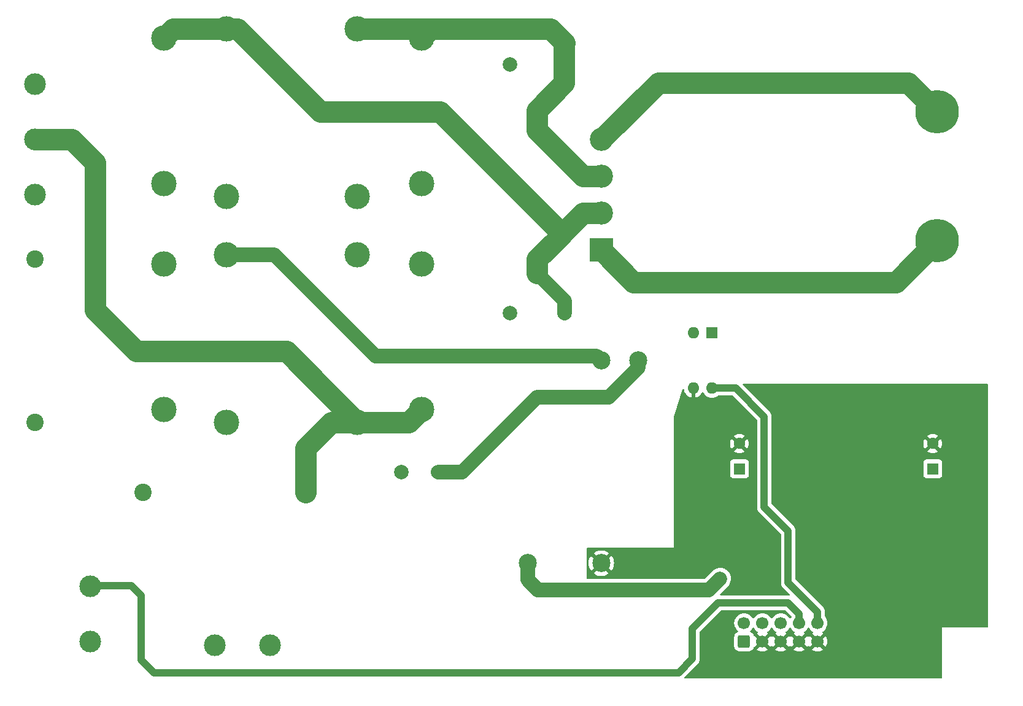
<source format=gbl>
G04 #@! TF.GenerationSoftware,KiCad,Pcbnew,7.0.2*
G04 #@! TF.CreationDate,2023-10-13T15:39:11+02:00*
G04 #@! TF.ProjectId,Module_3,4d6f6475-6c65-45f3-932e-6b696361645f,rev?*
G04 #@! TF.SameCoordinates,Original*
G04 #@! TF.FileFunction,Copper,L2,Bot*
G04 #@! TF.FilePolarity,Positive*
%FSLAX46Y46*%
G04 Gerber Fmt 4.6, Leading zero omitted, Abs format (unit mm)*
G04 Created by KiCad (PCBNEW 7.0.2) date 2023-10-13 15:39:11*
%MOMM*%
%LPD*%
G01*
G04 APERTURE LIST*
G04 Aperture macros list*
%AMRoundRect*
0 Rectangle with rounded corners*
0 $1 Rounding radius*
0 $2 $3 $4 $5 $6 $7 $8 $9 X,Y pos of 4 corners*
0 Add a 4 corners polygon primitive as box body*
4,1,4,$2,$3,$4,$5,$6,$7,$8,$9,$2,$3,0*
0 Add four circle primitives for the rounded corners*
1,1,$1+$1,$2,$3*
1,1,$1+$1,$4,$5*
1,1,$1+$1,$6,$7*
1,1,$1+$1,$8,$9*
0 Add four rect primitives between the rounded corners*
20,1,$1+$1,$2,$3,$4,$5,0*
20,1,$1+$1,$4,$5,$6,$7,0*
20,1,$1+$1,$6,$7,$8,$9,0*
20,1,$1+$1,$8,$9,$2,$3,0*%
G04 Aperture macros list end*
G04 #@! TA.AperFunction,ComponentPad*
%ADD10C,2.000000*%
G04 #@! TD*
G04 #@! TA.AperFunction,ComponentPad*
%ADD11R,1.600000X1.600000*%
G04 #@! TD*
G04 #@! TA.AperFunction,ComponentPad*
%ADD12C,1.600000*%
G04 #@! TD*
G04 #@! TA.AperFunction,ComponentPad*
%ADD13C,2.400000*%
G04 #@! TD*
G04 #@! TA.AperFunction,ComponentPad*
%ADD14C,3.000000*%
G04 #@! TD*
G04 #@! TA.AperFunction,ComponentPad*
%ADD15O,1.600000X1.600000*%
G04 #@! TD*
G04 #@! TA.AperFunction,ComponentPad*
%ADD16C,6.000000*%
G04 #@! TD*
G04 #@! TA.AperFunction,ComponentPad*
%ADD17C,3.500000*%
G04 #@! TD*
G04 #@! TA.AperFunction,ComponentPad*
%ADD18C,2.500000*%
G04 #@! TD*
G04 #@! TA.AperFunction,ComponentPad*
%ADD19RoundRect,0.250000X0.600000X-0.600000X0.600000X0.600000X-0.600000X0.600000X-0.600000X-0.600000X0*%
G04 #@! TD*
G04 #@! TA.AperFunction,ComponentPad*
%ADD20C,1.700000*%
G04 #@! TD*
G04 #@! TA.AperFunction,ComponentPad*
%ADD21R,3.200000X3.200000*%
G04 #@! TD*
G04 #@! TA.AperFunction,ComponentPad*
%ADD22C,3.200000*%
G04 #@! TD*
G04 #@! TA.AperFunction,ViaPad*
%ADD23C,1.200000*%
G04 #@! TD*
G04 #@! TA.AperFunction,Conductor*
%ADD24C,2.000000*%
G04 #@! TD*
G04 #@! TA.AperFunction,Conductor*
%ADD25C,3.000000*%
G04 #@! TD*
G04 #@! TA.AperFunction,Conductor*
%ADD26C,1.000000*%
G04 #@! TD*
G04 APERTURE END LIST*
D10*
X140716000Y-111252000D03*
X145796000Y-111262000D03*
D11*
X187325000Y-110815000D03*
D12*
X187325000Y-107315000D03*
D13*
X127508000Y-114046000D03*
X105008000Y-114046000D03*
D14*
X114935000Y-135128000D03*
D10*
X155635000Y-55018000D03*
X163135000Y-55018000D03*
D11*
X183520000Y-92085000D03*
D15*
X180980000Y-92085000D03*
X180980000Y-99705000D03*
X183520000Y-99705000D03*
D14*
X122555000Y-135128000D03*
D13*
X196215000Y-57370000D03*
X196215000Y-84870000D03*
D16*
X214630000Y-79375000D03*
X214630000Y-61595000D03*
D14*
X90170000Y-57785000D03*
X90170000Y-65405000D03*
X90170000Y-73025000D03*
D17*
X143510000Y-71501000D03*
X134620000Y-73279000D03*
X116586000Y-73279000D03*
X107950000Y-71501000D03*
X116586000Y-50165000D03*
X107950000Y-51435000D03*
X143510000Y-51435000D03*
X134620000Y-50165000D03*
D13*
X90170000Y-104415000D03*
X90170000Y-81915000D03*
D10*
X163195000Y-89308000D03*
X155695000Y-89308000D03*
D11*
X213995000Y-110815000D03*
D12*
X213995000Y-107315000D03*
D18*
X173355000Y-95885000D03*
X168275000Y-95885000D03*
X158115000Y-123825000D03*
X168275000Y-123825000D03*
D17*
X143510000Y-102616000D03*
X134620000Y-104394000D03*
X116586000Y-104394000D03*
X107950000Y-102616000D03*
X116586000Y-81280000D03*
X107950000Y-82550000D03*
X143510000Y-82550000D03*
X134620000Y-81280000D03*
D13*
X159385000Y-83868000D03*
X159385000Y-61368000D03*
D14*
X97790000Y-127000000D03*
X97790000Y-134620000D03*
D19*
X187960000Y-134620000D03*
D20*
X187960000Y-132080000D03*
X190500000Y-134620000D03*
X190500000Y-132080000D03*
X193040000Y-134620000D03*
X193040000Y-132080000D03*
X195580000Y-134620000D03*
X195580000Y-132080000D03*
X198120000Y-134620000D03*
X198120000Y-132080000D03*
D21*
X168275000Y-80645000D03*
D22*
X168275000Y-75565000D03*
X168275000Y-70485000D03*
X168275000Y-65405000D03*
D23*
X184658000Y-125984000D03*
X172720000Y-124460000D03*
X200660000Y-127000000D03*
X180340000Y-109220000D03*
X208280000Y-104140000D03*
X205740000Y-114300000D03*
X180340000Y-124460000D03*
X213360000Y-132080000D03*
X208280000Y-137160000D03*
X185420000Y-134620000D03*
X180340000Y-114300000D03*
X208280000Y-109220000D03*
X210820000Y-114300000D03*
X180340000Y-119380000D03*
X213360000Y-137160000D03*
X218440000Y-114300000D03*
X208280000Y-132080000D03*
X187960000Y-104140000D03*
X176530000Y-124460000D03*
X220980000Y-132080000D03*
X210820000Y-121920000D03*
X187960000Y-116840000D03*
X210820000Y-101600000D03*
X180340000Y-104140000D03*
X193040000Y-111760000D03*
X193040000Y-101600000D03*
X193040000Y-106680000D03*
X210820000Y-127000000D03*
X215900000Y-101600000D03*
X220980000Y-101600000D03*
X190500000Y-127000000D03*
X187960000Y-121920000D03*
D24*
X159385000Y-100965000D02*
X149088000Y-111262000D01*
X149088000Y-111262000D02*
X145796000Y-111262000D01*
X173355000Y-96901000D02*
X169291000Y-100965000D01*
X173355000Y-95885000D02*
X173355000Y-96901000D01*
X169291000Y-100965000D02*
X159385000Y-100965000D01*
D25*
X127508000Y-107950000D02*
X127508000Y-114046000D01*
X134620000Y-104394000D02*
X131064000Y-104394000D01*
X131064000Y-104394000D02*
X127508000Y-107950000D01*
X90170000Y-65405000D02*
X95250000Y-65405000D01*
X98425000Y-68580000D02*
X98425000Y-88900000D01*
X104140000Y-94615000D02*
X124841000Y-94615000D01*
X98425000Y-88900000D02*
X104140000Y-94615000D01*
X130048000Y-99822000D02*
X134620000Y-104394000D01*
X141732000Y-104394000D02*
X143510000Y-102616000D01*
X95250000Y-65405000D02*
X98425000Y-68580000D01*
X134620000Y-104394000D02*
X141732000Y-104394000D01*
X124841000Y-94615000D02*
X130048000Y-99822000D01*
D24*
X158115000Y-126111000D02*
X159512000Y-127508000D01*
X159512000Y-127508000D02*
X183134000Y-127508000D01*
X183134000Y-127508000D02*
X184658000Y-125984000D01*
X158115000Y-123825000D02*
X158115000Y-126111000D01*
D26*
X180848000Y-132842000D02*
X184404000Y-129286000D01*
X106553000Y-138938000D02*
X178909968Y-138938000D01*
X104775000Y-128270000D02*
X104775000Y-137160000D01*
X180848000Y-136999968D02*
X180848000Y-132842000D01*
X194056000Y-129286000D02*
X195580000Y-130810000D01*
X178909968Y-138938000D02*
X180848000Y-136999968D01*
X104775000Y-137160000D02*
X106553000Y-138938000D01*
X195580000Y-130810000D02*
X195580000Y-132080000D01*
X103441500Y-126936500D02*
X104775000Y-128270000D01*
X184404000Y-129286000D02*
X194056000Y-129286000D01*
X97790000Y-127000000D02*
X97853500Y-126936500D01*
X97853500Y-126936500D02*
X103441500Y-126936500D01*
X198120000Y-130556000D02*
X198120000Y-132080000D01*
X194056000Y-126492000D02*
X198120000Y-130556000D01*
X186827000Y-99705000D02*
X190754000Y-103632000D01*
X190754000Y-103632000D02*
X190754000Y-116078000D01*
X194056000Y-119380000D02*
X194056000Y-126492000D01*
X190754000Y-116078000D02*
X194056000Y-119380000D01*
X183520000Y-99705000D02*
X186827000Y-99705000D01*
D25*
X168275000Y-80645000D02*
X172720000Y-85090000D01*
X208947000Y-85058000D02*
X214630000Y-79375000D01*
X203803000Y-85090000D02*
X203835000Y-85058000D01*
X203835000Y-85058000D02*
X208947000Y-85058000D01*
X172720000Y-85090000D02*
X203803000Y-85090000D01*
X210593000Y-57558000D02*
X214630000Y-61595000D01*
X168275000Y-65405000D02*
X176122000Y-57558000D01*
X176122000Y-57558000D02*
X210593000Y-57558000D01*
D24*
X116586000Y-81280000D02*
X123190000Y-81280000D01*
X137160000Y-95250000D02*
X167640000Y-95250000D01*
X167640000Y-95250000D02*
X168275000Y-95885000D01*
X123190000Y-81280000D02*
X137160000Y-95250000D01*
X163195000Y-89308000D02*
X163195000Y-87678000D01*
D25*
X109220000Y-50165000D02*
X116586000Y-50165000D01*
X118110000Y-50165000D02*
X129540000Y-61595000D01*
X129540000Y-61595000D02*
X146050000Y-61595000D01*
X163195000Y-78105000D02*
X165735000Y-75565000D01*
X165735000Y-75565000D02*
X168275000Y-75565000D01*
X107950000Y-51435000D02*
X109220000Y-50165000D01*
X159385000Y-81915000D02*
X162242500Y-79057500D01*
X116586000Y-50165000D02*
X118110000Y-50165000D01*
X162242500Y-79057500D02*
X163195000Y-78105000D01*
X162242500Y-77787500D02*
X162242500Y-79057500D01*
X146050000Y-61595000D02*
X162242500Y-77787500D01*
X159385000Y-83868000D02*
X159385000Y-81915000D01*
D24*
X163195000Y-87678000D02*
X159385000Y-83868000D01*
D25*
X163195000Y-52070000D02*
X163135000Y-52130000D01*
X159385000Y-61368000D02*
X159385000Y-64135000D01*
X165735000Y-70485000D02*
X168275000Y-70485000D01*
X144780000Y-50165000D02*
X161290000Y-50165000D01*
X159385000Y-64135000D02*
X165735000Y-70485000D01*
X163135000Y-55018000D02*
X163135000Y-57618000D01*
X163135000Y-52130000D02*
X163135000Y-55018000D01*
X161290000Y-50165000D02*
X163195000Y-52070000D01*
X163135000Y-57618000D02*
X159385000Y-61368000D01*
X143510000Y-51435000D02*
X144780000Y-50165000D01*
X134620000Y-50165000D02*
X144780000Y-50165000D01*
G04 #@! TA.AperFunction,Conductor*
G36*
X221558039Y-99079685D02*
G01*
X221603794Y-99132489D01*
X221615000Y-99184000D01*
X221615000Y-132591000D01*
X221595315Y-132658039D01*
X221542511Y-132703794D01*
X221491000Y-132715000D01*
X215265000Y-132715000D01*
X215265000Y-139576000D01*
X215245315Y-139643039D01*
X215192511Y-139688794D01*
X215141000Y-139700000D01*
X179862250Y-139700000D01*
X179795211Y-139680315D01*
X179749456Y-139627511D01*
X179739512Y-139558353D01*
X179768537Y-139494797D01*
X179774569Y-139488319D01*
X180072817Y-139190071D01*
X181545390Y-137717496D01*
X181547560Y-137715380D01*
X181611053Y-137655027D01*
X181644759Y-137606598D01*
X181650428Y-137599081D01*
X181687698Y-137553375D01*
X181701783Y-137526407D01*
X181709918Y-137512983D01*
X181721030Y-137497018D01*
X181727295Y-137488017D01*
X181750568Y-137433783D01*
X181754588Y-137425318D01*
X181781909Y-137373017D01*
X181790275Y-137343776D01*
X181795539Y-137328987D01*
X181807540Y-137301026D01*
X181819417Y-137243224D01*
X181821652Y-137234116D01*
X181837886Y-137177386D01*
X181840196Y-137147046D01*
X181842376Y-137131508D01*
X181848500Y-137101710D01*
X181848500Y-137042722D01*
X181848858Y-137033307D01*
X181853337Y-136974492D01*
X181849493Y-136944307D01*
X181848500Y-136928644D01*
X181848500Y-133307782D01*
X181868185Y-133240743D01*
X181884814Y-133220106D01*
X184782101Y-130322819D01*
X184843425Y-130289334D01*
X184869783Y-130286500D01*
X193590217Y-130286500D01*
X193657256Y-130306185D01*
X193677898Y-130322819D01*
X194477063Y-131121984D01*
X194510548Y-131183307D01*
X194505564Y-131252999D01*
X194490957Y-131280788D01*
X194411574Y-131394159D01*
X194356997Y-131437784D01*
X194287499Y-131444978D01*
X194225144Y-131413455D01*
X194208429Y-131394164D01*
X194078495Y-131208599D01*
X193911401Y-131041505D01*
X193717830Y-130905965D01*
X193503663Y-130806097D01*
X193442502Y-130789709D01*
X193275407Y-130744936D01*
X193039999Y-130724340D01*
X192804592Y-130744936D01*
X192576336Y-130806097D01*
X192362170Y-130905965D01*
X192168598Y-131041505D01*
X192001505Y-131208598D01*
X191871575Y-131394159D01*
X191816998Y-131437784D01*
X191747500Y-131444978D01*
X191685145Y-131413455D01*
X191668425Y-131394159D01*
X191538494Y-131208598D01*
X191371404Y-131041508D01*
X191371404Y-131041507D01*
X191371401Y-131041505D01*
X191177830Y-130905965D01*
X190963663Y-130806097D01*
X190902501Y-130789709D01*
X190735407Y-130744936D01*
X190500000Y-130724340D01*
X190264592Y-130744936D01*
X190036336Y-130806097D01*
X189822170Y-130905965D01*
X189628598Y-131041505D01*
X189461505Y-131208598D01*
X189331575Y-131394159D01*
X189276998Y-131437784D01*
X189207500Y-131444978D01*
X189145145Y-131413455D01*
X189128425Y-131394159D01*
X188998494Y-131208598D01*
X188831404Y-131041508D01*
X188831404Y-131041507D01*
X188831401Y-131041505D01*
X188637830Y-130905965D01*
X188423663Y-130806097D01*
X188362502Y-130789709D01*
X188195407Y-130744936D01*
X187959999Y-130724340D01*
X187724592Y-130744936D01*
X187496336Y-130806097D01*
X187282170Y-130905965D01*
X187088598Y-131041505D01*
X186921505Y-131208598D01*
X186785965Y-131402170D01*
X186686097Y-131616336D01*
X186624936Y-131844592D01*
X186604340Y-132079999D01*
X186624936Y-132315407D01*
X186652070Y-132416671D01*
X186686097Y-132543663D01*
X186785965Y-132757830D01*
X186921505Y-132951401D01*
X186921508Y-132951404D01*
X187096270Y-133126166D01*
X187093559Y-133128876D01*
X187124646Y-133167789D01*
X187131820Y-133237289D01*
X187100281Y-133299635D01*
X187048892Y-133332460D01*
X187040666Y-133335185D01*
X186891342Y-133427288D01*
X186767288Y-133551342D01*
X186675186Y-133700665D01*
X186620000Y-133867202D01*
X186609819Y-133966858D01*
X186609817Y-133966878D01*
X186609500Y-133969991D01*
X186609500Y-133973138D01*
X186609500Y-133973139D01*
X186609500Y-135266859D01*
X186609500Y-135266878D01*
X186609501Y-135270008D01*
X186609820Y-135273140D01*
X186609821Y-135273141D01*
X186620000Y-135372796D01*
X186675186Y-135539334D01*
X186767288Y-135688657D01*
X186891342Y-135812711D01*
X186891344Y-135812712D01*
X187040666Y-135904814D01*
X187152017Y-135941712D01*
X187207202Y-135959999D01*
X187306858Y-135970180D01*
X187306859Y-135970180D01*
X187309991Y-135970500D01*
X188610008Y-135970499D01*
X188712797Y-135959999D01*
X188879334Y-135904814D01*
X189028656Y-135812712D01*
X189152712Y-135688656D01*
X189244814Y-135539334D01*
X189268794Y-135466965D01*
X189308565Y-135409523D01*
X189373081Y-135382699D01*
X189383861Y-135382585D01*
X190016923Y-134749523D01*
X190040507Y-134829844D01*
X190118239Y-134950798D01*
X190226900Y-135044952D01*
X190357685Y-135104680D01*
X190367466Y-135106086D01*
X189738625Y-135734925D01*
X189822420Y-135793599D01*
X190036507Y-135893430D01*
X190264681Y-135954569D01*
X190499999Y-135975157D01*
X190735318Y-135954569D01*
X190963492Y-135893430D01*
X191177576Y-135793600D01*
X191261373Y-135734925D01*
X190632533Y-135106086D01*
X190642315Y-135104680D01*
X190773100Y-135044952D01*
X190881761Y-134950798D01*
X190959493Y-134829844D01*
X190983076Y-134749524D01*
X191614925Y-135381373D01*
X191668424Y-135304969D01*
X191723001Y-135261344D01*
X191792499Y-135254150D01*
X191854854Y-135285673D01*
X191871574Y-135304969D01*
X191925072Y-135381373D01*
X191925073Y-135381373D01*
X192556923Y-134749523D01*
X192580507Y-134829844D01*
X192658239Y-134950798D01*
X192766900Y-135044952D01*
X192897685Y-135104680D01*
X192907466Y-135106086D01*
X192278625Y-135734925D01*
X192362420Y-135793599D01*
X192576507Y-135893430D01*
X192804681Y-135954569D01*
X193040000Y-135975157D01*
X193275318Y-135954569D01*
X193503492Y-135893430D01*
X193717576Y-135793600D01*
X193801373Y-135734925D01*
X193172533Y-135106086D01*
X193182315Y-135104680D01*
X193313100Y-135044952D01*
X193421761Y-134950798D01*
X193499493Y-134829844D01*
X193523077Y-134749523D01*
X194154925Y-135381372D01*
X194208424Y-135304969D01*
X194263001Y-135261344D01*
X194332499Y-135254150D01*
X194394854Y-135285673D01*
X194411574Y-135304969D01*
X194465072Y-135381373D01*
X194465073Y-135381373D01*
X195096923Y-134749523D01*
X195120507Y-134829844D01*
X195198239Y-134950798D01*
X195306900Y-135044952D01*
X195437685Y-135104680D01*
X195447466Y-135106086D01*
X194818625Y-135734925D01*
X194902420Y-135793599D01*
X195116507Y-135893430D01*
X195344681Y-135954569D01*
X195579999Y-135975157D01*
X195815318Y-135954569D01*
X196043492Y-135893430D01*
X196257576Y-135793600D01*
X196341373Y-135734925D01*
X195712533Y-135106086D01*
X195722315Y-135104680D01*
X195853100Y-135044952D01*
X195961761Y-134950798D01*
X196039493Y-134829844D01*
X196063076Y-134749524D01*
X196694925Y-135381373D01*
X196748424Y-135304969D01*
X196803001Y-135261344D01*
X196872499Y-135254150D01*
X196934854Y-135285673D01*
X196951574Y-135304969D01*
X197005072Y-135381373D01*
X197005073Y-135381373D01*
X197636923Y-134749523D01*
X197660507Y-134829844D01*
X197738239Y-134950798D01*
X197846900Y-135044952D01*
X197977685Y-135104680D01*
X197987466Y-135106086D01*
X197358625Y-135734925D01*
X197442420Y-135793599D01*
X197656507Y-135893430D01*
X197884681Y-135954569D01*
X198120000Y-135975157D01*
X198355318Y-135954569D01*
X198583492Y-135893430D01*
X198797576Y-135793600D01*
X198881373Y-135734925D01*
X198252533Y-135106086D01*
X198262315Y-135104680D01*
X198393100Y-135044952D01*
X198501761Y-134950798D01*
X198579493Y-134829844D01*
X198603076Y-134749524D01*
X199234925Y-135381373D01*
X199293600Y-135297576D01*
X199393430Y-135083492D01*
X199454569Y-134855318D01*
X199475157Y-134619999D01*
X199454569Y-134384681D01*
X199393430Y-134156507D01*
X199293599Y-133942421D01*
X199234926Y-133858626D01*
X199234925Y-133858625D01*
X198603076Y-134490475D01*
X198579493Y-134410156D01*
X198501761Y-134289202D01*
X198393100Y-134195048D01*
X198262315Y-134135320D01*
X198252533Y-134133913D01*
X198881373Y-133505073D01*
X198881373Y-133505072D01*
X198805405Y-133451880D01*
X198761780Y-133397304D01*
X198754586Y-133327805D01*
X198786108Y-133265451D01*
X198805399Y-133248734D01*
X198991401Y-133118495D01*
X199158495Y-132951401D01*
X199294035Y-132757830D01*
X199393903Y-132543663D01*
X199455063Y-132315408D01*
X199475659Y-132080000D01*
X199455063Y-131844592D01*
X199393903Y-131616337D01*
X199294035Y-131402171D01*
X199158495Y-131208599D01*
X199156818Y-131206922D01*
X199155040Y-131203665D01*
X199152272Y-131199712D01*
X199152712Y-131199403D01*
X199123334Y-131145600D01*
X199120500Y-131119242D01*
X199120500Y-130570277D01*
X199120540Y-130567135D01*
X199122757Y-130479638D01*
X199112350Y-130421574D01*
X199111041Y-130412242D01*
X199105074Y-130353562D01*
X199095962Y-130324520D01*
X199092226Y-130309297D01*
X199086858Y-130279347D01*
X199064976Y-130224566D01*
X199061816Y-130215689D01*
X199044159Y-130159412D01*
X199029395Y-130132812D01*
X199022660Y-130118631D01*
X199011377Y-130090383D01*
X198978917Y-130041131D01*
X198974036Y-130033074D01*
X198945409Y-129981498D01*
X198925582Y-129958403D01*
X198916146Y-129945888D01*
X198899402Y-129920481D01*
X198899400Y-129920479D01*
X198899399Y-129920477D01*
X198857693Y-129878772D01*
X198851287Y-129871860D01*
X198812864Y-129827102D01*
X198788804Y-129808478D01*
X198777026Y-129798105D01*
X195092819Y-126113898D01*
X195059334Y-126052575D01*
X195056500Y-126026217D01*
X195056500Y-119394238D01*
X195056540Y-119391096D01*
X195058756Y-119303638D01*
X195048351Y-119245585D01*
X195047042Y-119236253D01*
X195041074Y-119177562D01*
X195031967Y-119148537D01*
X195028223Y-119133286D01*
X195022857Y-119103343D01*
X195000976Y-119048565D01*
X194997816Y-119039689D01*
X194995056Y-119030892D01*
X194980159Y-118983412D01*
X194965395Y-118956812D01*
X194958660Y-118942631D01*
X194947377Y-118914383D01*
X194914917Y-118865131D01*
X194910036Y-118857074D01*
X194881409Y-118805498D01*
X194861582Y-118782403D01*
X194852146Y-118769888D01*
X194835402Y-118744481D01*
X194835400Y-118744479D01*
X194835399Y-118744477D01*
X194793693Y-118702772D01*
X194787287Y-118695860D01*
X194748864Y-118651102D01*
X194724804Y-118632478D01*
X194713026Y-118622105D01*
X191790819Y-115699898D01*
X191757334Y-115638575D01*
X191754500Y-115612217D01*
X191754500Y-111659578D01*
X212694500Y-111659578D01*
X212694501Y-111662872D01*
X212700909Y-111722483D01*
X212751204Y-111857331D01*
X212837454Y-111972546D01*
X212952669Y-112058796D01*
X213087517Y-112109091D01*
X213147127Y-112115500D01*
X214842872Y-112115499D01*
X214902483Y-112109091D01*
X215037331Y-112058796D01*
X215152546Y-111972546D01*
X215238796Y-111857331D01*
X215289091Y-111722483D01*
X215295500Y-111662873D01*
X215295499Y-109967128D01*
X215289091Y-109907517D01*
X215238796Y-109772669D01*
X215152546Y-109657454D01*
X215037331Y-109571204D01*
X214902483Y-109520909D01*
X214842873Y-109514500D01*
X214839550Y-109514500D01*
X213150439Y-109514500D01*
X213150420Y-109514500D01*
X213147128Y-109514501D01*
X213143848Y-109514853D01*
X213143840Y-109514854D01*
X213087515Y-109520909D01*
X212952669Y-109571204D01*
X212837454Y-109657454D01*
X212751204Y-109772668D01*
X212700910Y-109907515D01*
X212700909Y-109907517D01*
X212694500Y-109967127D01*
X212694500Y-109970448D01*
X212694500Y-109970449D01*
X212694500Y-111659560D01*
X212694500Y-111659578D01*
X191754500Y-111659578D01*
X191754500Y-107314999D01*
X212690033Y-107314999D01*
X212709858Y-107541602D01*
X212768733Y-107761326D01*
X212864866Y-107967484D01*
X212915972Y-108040471D01*
X212915974Y-108040472D01*
X213597046Y-107359399D01*
X213609835Y-107440148D01*
X213667359Y-107553045D01*
X213756955Y-107642641D01*
X213869852Y-107700165D01*
X213950599Y-107712953D01*
X213269526Y-108394025D01*
X213269526Y-108394026D01*
X213342515Y-108445133D01*
X213548673Y-108541266D01*
X213768397Y-108600141D01*
X213994999Y-108619966D01*
X214221602Y-108600141D01*
X214441326Y-108541266D01*
X214647480Y-108445134D01*
X214720472Y-108394025D01*
X214039401Y-107712953D01*
X214120148Y-107700165D01*
X214233045Y-107642641D01*
X214322641Y-107553045D01*
X214380165Y-107440148D01*
X214392953Y-107359400D01*
X215074025Y-108040472D01*
X215125134Y-107967480D01*
X215221266Y-107761326D01*
X215280141Y-107541602D01*
X215299966Y-107315000D01*
X215280141Y-107088397D01*
X215221266Y-106868673D01*
X215125133Y-106662515D01*
X215074025Y-106589526D01*
X214392953Y-107270598D01*
X214380165Y-107189852D01*
X214322641Y-107076955D01*
X214233045Y-106987359D01*
X214120148Y-106929835D01*
X214039400Y-106917046D01*
X214720472Y-106235974D01*
X214720471Y-106235972D01*
X214647484Y-106184866D01*
X214441326Y-106088733D01*
X214221602Y-106029858D01*
X213994999Y-106010033D01*
X213768397Y-106029858D01*
X213548672Y-106088733D01*
X213342516Y-106184865D01*
X213269527Y-106235973D01*
X213269526Y-106235973D01*
X213950600Y-106917046D01*
X213869852Y-106929835D01*
X213756955Y-106987359D01*
X213667359Y-107076955D01*
X213609835Y-107189852D01*
X213597046Y-107270599D01*
X212915973Y-106589526D01*
X212915973Y-106589527D01*
X212864865Y-106662516D01*
X212768733Y-106868672D01*
X212709858Y-107088397D01*
X212690033Y-107314999D01*
X191754500Y-107314999D01*
X191754500Y-103646277D01*
X191754540Y-103643135D01*
X191756757Y-103555640D01*
X191756756Y-103555639D01*
X191756757Y-103555637D01*
X191746344Y-103497545D01*
X191745042Y-103488260D01*
X191739074Y-103429562D01*
X191729962Y-103400524D01*
X191726224Y-103385291D01*
X191720858Y-103355348D01*
X191698975Y-103300563D01*
X191695815Y-103291686D01*
X191678159Y-103235412D01*
X191663398Y-103208817D01*
X191656663Y-103194636D01*
X191645378Y-103166384D01*
X191645378Y-103166383D01*
X191612901Y-103117106D01*
X191608040Y-103109082D01*
X191579409Y-103057498D01*
X191579408Y-103057496D01*
X191559593Y-103034415D01*
X191550144Y-103021883D01*
X191533402Y-102996481D01*
X191491699Y-102954779D01*
X191485292Y-102947866D01*
X191446865Y-102903103D01*
X191422802Y-102884477D01*
X191411022Y-102874102D01*
X187808601Y-99271681D01*
X187775116Y-99210358D01*
X187780100Y-99140666D01*
X187821972Y-99084733D01*
X187887436Y-99060316D01*
X187896282Y-99060000D01*
X221491000Y-99060000D01*
X221558039Y-99079685D01*
G37*
G04 #@! TD.AperFunction*
G04 #@! TA.AperFunction,Conductor*
G36*
X191854855Y-132746545D02*
G01*
X191871571Y-132765837D01*
X192001505Y-132951401D01*
X192168599Y-133118495D01*
X192354596Y-133248732D01*
X192398219Y-133303307D01*
X192405412Y-133372806D01*
X192373890Y-133435160D01*
X192354594Y-133451881D01*
X192278626Y-133505073D01*
X192907466Y-134133913D01*
X192897685Y-134135320D01*
X192766900Y-134195048D01*
X192658239Y-134289202D01*
X192580507Y-134410156D01*
X192556923Y-134490476D01*
X191925072Y-133858625D01*
X191871576Y-133935030D01*
X191817000Y-133978656D01*
X191747501Y-133985850D01*
X191685146Y-133954328D01*
X191668425Y-133935031D01*
X191614926Y-133858626D01*
X191614925Y-133858625D01*
X190983076Y-134490475D01*
X190959493Y-134410156D01*
X190881761Y-134289202D01*
X190773100Y-134195048D01*
X190642315Y-134135320D01*
X190632533Y-134133913D01*
X191261373Y-133505073D01*
X191261373Y-133505072D01*
X191185405Y-133451880D01*
X191141780Y-133397304D01*
X191134586Y-133327805D01*
X191166108Y-133265451D01*
X191185399Y-133248734D01*
X191371401Y-133118495D01*
X191538495Y-132951401D01*
X191668426Y-132765839D01*
X191723002Y-132722216D01*
X191792500Y-132715022D01*
X191854855Y-132746545D01*
G37*
G04 #@! TD.AperFunction*
G04 #@! TA.AperFunction,Conductor*
G36*
X189314855Y-132746545D02*
G01*
X189331571Y-132765837D01*
X189461505Y-132951401D01*
X189628599Y-133118495D01*
X189814596Y-133248732D01*
X189858219Y-133303307D01*
X189865412Y-133372806D01*
X189833890Y-133435160D01*
X189814594Y-133451881D01*
X189738626Y-133505073D01*
X190367466Y-134133913D01*
X190357685Y-134135320D01*
X190226900Y-134195048D01*
X190118239Y-134289202D01*
X190040507Y-134410156D01*
X190016923Y-134490475D01*
X189380656Y-133854208D01*
X189328806Y-133843788D01*
X189278623Y-133795172D01*
X189268793Y-133773031D01*
X189244814Y-133700666D01*
X189152712Y-133551344D01*
X189152711Y-133551342D01*
X189028657Y-133427288D01*
X188909679Y-133353903D01*
X188879334Y-133335186D01*
X188871107Y-133332460D01*
X188813664Y-133292688D01*
X188786842Y-133228172D01*
X188799157Y-133159396D01*
X188825916Y-133128352D01*
X188823730Y-133126166D01*
X188831405Y-133118491D01*
X188998495Y-132951401D01*
X189128426Y-132765839D01*
X189183002Y-132722216D01*
X189252500Y-132715022D01*
X189314855Y-132746545D01*
G37*
G04 #@! TD.AperFunction*
G04 #@! TA.AperFunction,Conductor*
G36*
X194394855Y-132746545D02*
G01*
X194411571Y-132765837D01*
X194541505Y-132951401D01*
X194708599Y-133118495D01*
X194894596Y-133248732D01*
X194938219Y-133303307D01*
X194945412Y-133372806D01*
X194913890Y-133435160D01*
X194894594Y-133451881D01*
X194818626Y-133505073D01*
X195447466Y-134133913D01*
X195437685Y-134135320D01*
X195306900Y-134195048D01*
X195198239Y-134289202D01*
X195120507Y-134410156D01*
X195096923Y-134490475D01*
X194465073Y-133858625D01*
X194465072Y-133858626D01*
X194411574Y-133935030D01*
X194356998Y-133978655D01*
X194287499Y-133985849D01*
X194225144Y-133954326D01*
X194208424Y-133935030D01*
X194154925Y-133858626D01*
X194154925Y-133858625D01*
X193523076Y-134490474D01*
X193499493Y-134410156D01*
X193421761Y-134289202D01*
X193313100Y-134195048D01*
X193182315Y-134135320D01*
X193172533Y-134133913D01*
X193801373Y-133505073D01*
X193801373Y-133505072D01*
X193725405Y-133451880D01*
X193681780Y-133397304D01*
X193674586Y-133327805D01*
X193706108Y-133265451D01*
X193725399Y-133248734D01*
X193911401Y-133118495D01*
X194078495Y-132951401D01*
X194208426Y-132765839D01*
X194263002Y-132722216D01*
X194332500Y-132715022D01*
X194394855Y-132746545D01*
G37*
G04 #@! TD.AperFunction*
G04 #@! TA.AperFunction,Conductor*
G36*
X196934855Y-132746546D02*
G01*
X196951571Y-132765837D01*
X197081505Y-132951401D01*
X197248599Y-133118495D01*
X197434596Y-133248732D01*
X197478219Y-133303307D01*
X197485412Y-133372806D01*
X197453890Y-133435160D01*
X197434594Y-133451881D01*
X197358626Y-133505073D01*
X197987466Y-134133913D01*
X197977685Y-134135320D01*
X197846900Y-134195048D01*
X197738239Y-134289202D01*
X197660507Y-134410156D01*
X197636923Y-134490475D01*
X197005073Y-133858625D01*
X196951576Y-133935030D01*
X196897000Y-133978656D01*
X196827501Y-133985850D01*
X196765146Y-133954328D01*
X196748425Y-133935031D01*
X196694926Y-133858626D01*
X196694925Y-133858625D01*
X196063076Y-134490474D01*
X196039493Y-134410156D01*
X195961761Y-134289202D01*
X195853100Y-134195048D01*
X195722315Y-134135320D01*
X195712533Y-134133913D01*
X196341373Y-133505073D01*
X196341373Y-133505072D01*
X196265405Y-133451880D01*
X196221780Y-133397304D01*
X196214586Y-133327805D01*
X196246108Y-133265451D01*
X196265399Y-133248734D01*
X196451401Y-133118495D01*
X196618495Y-132951401D01*
X196748426Y-132765839D01*
X196803002Y-132722217D01*
X196872501Y-132715024D01*
X196934855Y-132746546D01*
G37*
G04 #@! TD.AperFunction*
G04 #@! TA.AperFunction,Conductor*
G36*
X179621986Y-99796561D02*
G01*
X179673916Y-99843306D01*
X179691879Y-99897553D01*
X179694858Y-99931602D01*
X179753733Y-100151326D01*
X179849865Y-100357480D01*
X179980341Y-100543819D01*
X180141180Y-100704658D01*
X180327519Y-100835134D01*
X180533673Y-100931266D01*
X180729999Y-100983871D01*
X180730000Y-100983871D01*
X180730000Y-100020686D01*
X180741955Y-100032641D01*
X180854852Y-100090165D01*
X180948519Y-100105000D01*
X181011481Y-100105000D01*
X181105148Y-100090165D01*
X181218045Y-100032641D01*
X181230000Y-100020686D01*
X181230000Y-100983871D01*
X181426326Y-100931266D01*
X181632480Y-100835134D01*
X181818819Y-100704658D01*
X181979658Y-100543819D01*
X182110135Y-100357479D01*
X182137342Y-100299135D01*
X182183514Y-100246695D01*
X182250707Y-100227543D01*
X182317589Y-100247758D01*
X182362106Y-100299133D01*
X182389433Y-100357736D01*
X182519953Y-100544140D01*
X182680859Y-100705046D01*
X182867264Y-100835567D01*
X182867265Y-100835567D01*
X182867266Y-100835568D01*
X183073504Y-100931739D01*
X183293308Y-100990635D01*
X183520000Y-101010468D01*
X183746692Y-100990635D01*
X183966496Y-100931739D01*
X184172734Y-100835568D01*
X184326465Y-100727924D01*
X184392671Y-100705598D01*
X184397588Y-100705500D01*
X186361217Y-100705500D01*
X186428256Y-100725185D01*
X186448897Y-100741818D01*
X189717181Y-104010103D01*
X189750665Y-104071424D01*
X189753499Y-104097782D01*
X189753499Y-116063721D01*
X189753459Y-116066861D01*
X189751242Y-116154361D01*
X189761648Y-116212420D01*
X189762957Y-116221749D01*
X189768926Y-116280438D01*
X189778033Y-116309467D01*
X189781772Y-116324702D01*
X189787141Y-116354652D01*
X189809020Y-116409425D01*
X189812180Y-116418300D01*
X189829841Y-116474588D01*
X189844607Y-116501191D01*
X189851337Y-116515364D01*
X189862622Y-116543617D01*
X189895080Y-116592867D01*
X189899961Y-116600923D01*
X189928590Y-116652501D01*
X189948404Y-116675581D01*
X189957856Y-116688116D01*
X189974599Y-116713520D01*
X190016300Y-116755221D01*
X190022705Y-116762132D01*
X190061134Y-116806896D01*
X190085193Y-116825519D01*
X190096972Y-116835893D01*
X193019181Y-119758101D01*
X193052666Y-119819424D01*
X193055500Y-119845782D01*
X193055500Y-126477721D01*
X193055460Y-126480863D01*
X193053242Y-126568362D01*
X193063648Y-126626420D01*
X193064957Y-126635749D01*
X193070926Y-126694438D01*
X193080033Y-126723467D01*
X193083772Y-126738702D01*
X193089141Y-126768652D01*
X193111020Y-126823425D01*
X193114180Y-126832300D01*
X193122524Y-126858895D01*
X193131841Y-126888588D01*
X193146607Y-126915191D01*
X193153337Y-126929364D01*
X193164622Y-126957617D01*
X193197080Y-127006867D01*
X193201961Y-127014923D01*
X193230590Y-127066501D01*
X193250404Y-127089581D01*
X193259856Y-127102116D01*
X193276599Y-127127520D01*
X193318300Y-127169221D01*
X193324705Y-127176132D01*
X193363134Y-127220896D01*
X193387193Y-127239519D01*
X193398972Y-127249893D01*
X194222898Y-128073819D01*
X194256383Y-128135142D01*
X194251399Y-128204834D01*
X194209527Y-128260767D01*
X194144063Y-128285184D01*
X194135217Y-128285500D01*
X194098758Y-128285500D01*
X194089344Y-128285142D01*
X194080198Y-128284445D01*
X194030524Y-128280663D01*
X194030523Y-128280663D01*
X194030522Y-128280663D01*
X194000349Y-128284506D01*
X193984683Y-128285500D01*
X184777890Y-128285500D01*
X184710851Y-128265815D01*
X184665096Y-128213011D01*
X184655152Y-128143853D01*
X184684177Y-128080297D01*
X184690209Y-128073819D01*
X185380362Y-127383665D01*
X185762901Y-127001126D01*
X185883366Y-126858894D01*
X186010655Y-126645274D01*
X186101049Y-126413614D01*
X186152080Y-126170237D01*
X186162357Y-125921779D01*
X186131598Y-125675019D01*
X186060644Y-125436687D01*
X185951429Y-125213284D01*
X185806932Y-125010905D01*
X185806930Y-125010902D01*
X185631097Y-124835069D01*
X185428716Y-124690571D01*
X185205311Y-124581355D01*
X184966981Y-124510402D01*
X184720219Y-124479642D01*
X184480906Y-124489541D01*
X184471763Y-124489920D01*
X184228386Y-124540951D01*
X184228383Y-124540951D01*
X184228383Y-124540952D01*
X183996726Y-124631344D01*
X183783104Y-124758634D01*
X183642841Y-124877432D01*
X183642827Y-124877444D01*
X183640874Y-124879099D01*
X183639063Y-124880909D01*
X183639051Y-124880921D01*
X182548791Y-125971181D01*
X182487468Y-126004666D01*
X182461110Y-126007500D01*
X166367000Y-126007500D01*
X166299961Y-125987815D01*
X166254206Y-125935011D01*
X166243000Y-125883500D01*
X166243000Y-123825000D01*
X166520092Y-123825000D01*
X166539693Y-124086552D01*
X166598059Y-124342270D01*
X166693882Y-124586424D01*
X166825027Y-124813573D01*
X166872873Y-124873571D01*
X167791922Y-123954522D01*
X167815507Y-124034844D01*
X167893239Y-124155798D01*
X168001900Y-124249952D01*
X168132685Y-124309680D01*
X168142466Y-124311086D01*
X167225831Y-125227720D01*
X167397546Y-125344793D01*
X167633860Y-125458596D01*
X167884496Y-125535908D01*
X168143856Y-125575000D01*
X168406144Y-125575000D01*
X168665503Y-125535908D01*
X168916139Y-125458596D01*
X169152456Y-125344792D01*
X169324167Y-125227720D01*
X168407534Y-124311086D01*
X168417315Y-124309680D01*
X168548100Y-124249952D01*
X168656761Y-124155798D01*
X168734493Y-124034844D01*
X168758076Y-123954523D01*
X169677124Y-124873571D01*
X169724972Y-124813572D01*
X169856117Y-124586423D01*
X169951940Y-124342270D01*
X170010306Y-124086552D01*
X170029907Y-123824999D01*
X170010306Y-123563447D01*
X169951940Y-123307729D01*
X169856117Y-123063575D01*
X169724972Y-122836426D01*
X169677125Y-122776427D01*
X169677124Y-122776427D01*
X168758076Y-123695474D01*
X168734493Y-123615156D01*
X168656761Y-123494202D01*
X168548100Y-123400048D01*
X168417315Y-123340320D01*
X168407533Y-123338913D01*
X169324167Y-122422278D01*
X169152451Y-122305205D01*
X168916139Y-122191403D01*
X168665503Y-122114091D01*
X168406144Y-122075000D01*
X168143856Y-122075000D01*
X167884496Y-122114091D01*
X167633860Y-122191403D01*
X167397545Y-122305206D01*
X167225832Y-122422278D01*
X168142467Y-123338913D01*
X168132685Y-123340320D01*
X168001900Y-123400048D01*
X167893239Y-123494202D01*
X167815507Y-123615156D01*
X167791923Y-123695475D01*
X166872874Y-122776428D01*
X166825026Y-122836428D01*
X166693882Y-123063576D01*
X166598059Y-123307729D01*
X166539693Y-123563447D01*
X166520092Y-123825000D01*
X166243000Y-123825000D01*
X166243000Y-121790000D01*
X166262685Y-121722961D01*
X166315489Y-121677206D01*
X166367000Y-121666000D01*
X178308000Y-121666000D01*
X178308000Y-111659578D01*
X186024500Y-111659578D01*
X186024501Y-111662872D01*
X186030909Y-111722483D01*
X186081204Y-111857331D01*
X186167454Y-111972546D01*
X186282669Y-112058796D01*
X186417517Y-112109091D01*
X186477127Y-112115500D01*
X188172872Y-112115499D01*
X188232483Y-112109091D01*
X188367331Y-112058796D01*
X188482546Y-111972546D01*
X188568796Y-111857331D01*
X188619091Y-111722483D01*
X188625500Y-111662873D01*
X188625499Y-109967128D01*
X188619091Y-109907517D01*
X188568796Y-109772669D01*
X188482546Y-109657454D01*
X188367331Y-109571204D01*
X188232483Y-109520909D01*
X188172873Y-109514500D01*
X188169550Y-109514500D01*
X186480439Y-109514500D01*
X186480420Y-109514500D01*
X186477128Y-109514501D01*
X186473848Y-109514853D01*
X186473840Y-109514854D01*
X186417515Y-109520909D01*
X186282669Y-109571204D01*
X186167454Y-109657454D01*
X186081204Y-109772668D01*
X186030910Y-109907515D01*
X186030909Y-109907517D01*
X186024500Y-109967127D01*
X186024500Y-109970448D01*
X186024500Y-109970449D01*
X186024500Y-111659560D01*
X186024500Y-111659578D01*
X178308000Y-111659578D01*
X178308000Y-107315000D01*
X186020033Y-107315000D01*
X186039858Y-107541602D01*
X186098733Y-107761326D01*
X186194866Y-107967484D01*
X186245972Y-108040471D01*
X186245974Y-108040472D01*
X186927046Y-107359399D01*
X186939835Y-107440148D01*
X186997359Y-107553045D01*
X187086955Y-107642641D01*
X187199852Y-107700165D01*
X187280599Y-107712953D01*
X186599526Y-108394025D01*
X186599526Y-108394026D01*
X186672515Y-108445133D01*
X186878673Y-108541266D01*
X187098397Y-108600141D01*
X187325000Y-108619966D01*
X187551602Y-108600141D01*
X187771326Y-108541266D01*
X187977480Y-108445134D01*
X188050472Y-108394025D01*
X187369401Y-107712953D01*
X187450148Y-107700165D01*
X187563045Y-107642641D01*
X187652641Y-107553045D01*
X187710165Y-107440148D01*
X187722953Y-107359400D01*
X188404025Y-108040472D01*
X188455134Y-107967480D01*
X188551266Y-107761326D01*
X188610141Y-107541602D01*
X188629966Y-107315000D01*
X188610141Y-107088397D01*
X188551266Y-106868673D01*
X188455133Y-106662515D01*
X188404025Y-106589526D01*
X187722953Y-107270598D01*
X187710165Y-107189852D01*
X187652641Y-107076955D01*
X187563045Y-106987359D01*
X187450148Y-106929835D01*
X187369400Y-106917046D01*
X188050472Y-106235974D01*
X188050471Y-106235972D01*
X187977484Y-106184866D01*
X187771326Y-106088733D01*
X187551602Y-106029858D01*
X187325000Y-106010033D01*
X187098397Y-106029858D01*
X186878672Y-106088733D01*
X186672516Y-106184865D01*
X186599527Y-106235973D01*
X186599526Y-106235973D01*
X187280600Y-106917046D01*
X187199852Y-106929835D01*
X187086955Y-106987359D01*
X186997359Y-107076955D01*
X186939835Y-107189852D01*
X186927046Y-107270599D01*
X186245973Y-106589526D01*
X186245973Y-106589527D01*
X186194865Y-106662516D01*
X186098733Y-106868672D01*
X186039858Y-107088397D01*
X186020033Y-107315000D01*
X178308000Y-107315000D01*
X178308000Y-103524025D01*
X178313705Y-103486847D01*
X178355034Y-103355345D01*
X179450057Y-99871180D01*
X179488935Y-99813129D01*
X179553028Y-99785311D01*
X179621986Y-99796561D01*
G37*
G04 #@! TD.AperFunction*
M02*

</source>
